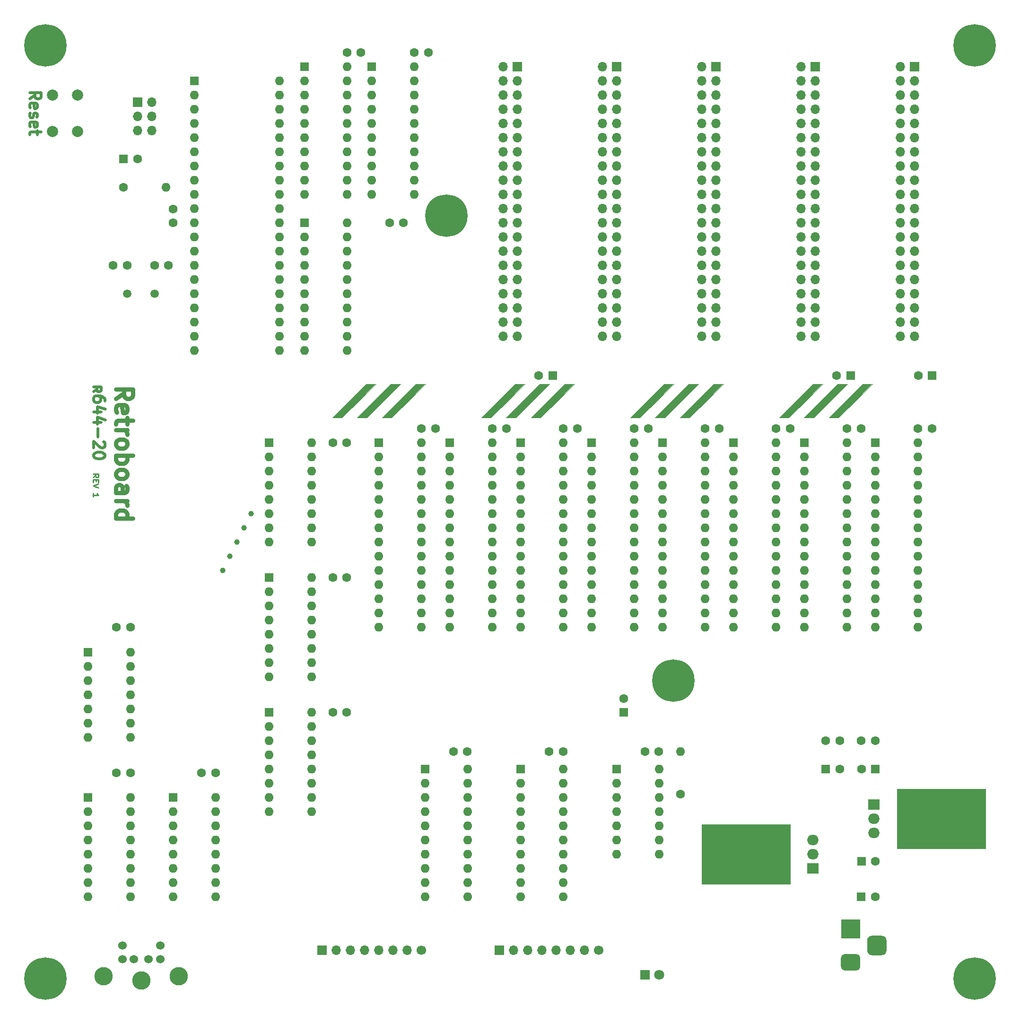
<source format=gbr>
%TF.GenerationSoftware,KiCad,Pcbnew,(5.1.10)-1*%
%TF.CreationDate,2021-10-04T17:48:38-06:00*%
%TF.ProjectId,retroboard,72657472-6f62-46f6-9172-642e6b696361,rev?*%
%TF.SameCoordinates,Original*%
%TF.FileFunction,Soldermask,Top*%
%TF.FilePolarity,Negative*%
%FSLAX46Y46*%
G04 Gerber Fmt 4.6, Leading zero omitted, Abs format (unit mm)*
G04 Created by KiCad (PCBNEW (5.1.10)-1) date 2021-10-04 17:48:38*
%MOMM*%
%LPD*%
G01*
G04 APERTURE LIST*
%ADD10C,0.750000*%
%ADD11C,0.010000*%
%ADD12C,0.250000*%
%ADD13C,0.500000*%
%ADD14C,0.100000*%
%ADD15C,1.600000*%
%ADD16O,1.600000X1.600000*%
%ADD17C,1.800000*%
%ADD18R,1.800000X1.800000*%
%ADD19R,1.600000X1.600000*%
%ADD20C,7.600000*%
%ADD21C,1.700000*%
%ADD22O,1.700000X1.700000*%
%ADD23R,1.700000X1.700000*%
%ADD24C,3.300000*%
%ADD25C,1.524000*%
%ADD26C,1.000000*%
%ADD27C,2.000000*%
%ADD28C,1.500000*%
%ADD29R,3.500000X3.500000*%
%ADD30O,3.500000X3.500000*%
%ADD31R,2.000000X1.905000*%
%ADD32O,2.000000X1.905000*%
G04 APERTURE END LIST*
D10*
X373292857Y-249931071D02*
X374721428Y-248931071D01*
X373292857Y-248216785D02*
X376292857Y-248216785D01*
X376292857Y-249359642D01*
X376150000Y-249645357D01*
X376007142Y-249788214D01*
X375721428Y-249931071D01*
X375292857Y-249931071D01*
X375007142Y-249788214D01*
X374864285Y-249645357D01*
X374721428Y-249359642D01*
X374721428Y-248216785D01*
X373435714Y-252359642D02*
X373292857Y-252073928D01*
X373292857Y-251502500D01*
X373435714Y-251216785D01*
X373721428Y-251073928D01*
X374864285Y-251073928D01*
X375150000Y-251216785D01*
X375292857Y-251502500D01*
X375292857Y-252073928D01*
X375150000Y-252359642D01*
X374864285Y-252502500D01*
X374578571Y-252502500D01*
X374292857Y-251073928D01*
X375292857Y-253359642D02*
X375292857Y-254502500D01*
X376292857Y-253788214D02*
X373721428Y-253788214D01*
X373435714Y-253931071D01*
X373292857Y-254216785D01*
X373292857Y-254502500D01*
X373292857Y-255502500D02*
X375292857Y-255502500D01*
X374721428Y-255502500D02*
X375007142Y-255645357D01*
X375150000Y-255788214D01*
X375292857Y-256073928D01*
X375292857Y-256359642D01*
X373292857Y-257788214D02*
X373435714Y-257502500D01*
X373578571Y-257359642D01*
X373864285Y-257216785D01*
X374721428Y-257216785D01*
X375007142Y-257359642D01*
X375150000Y-257502500D01*
X375292857Y-257788214D01*
X375292857Y-258216785D01*
X375150000Y-258502500D01*
X375007142Y-258645357D01*
X374721428Y-258788214D01*
X373864285Y-258788214D01*
X373578571Y-258645357D01*
X373435714Y-258502500D01*
X373292857Y-258216785D01*
X373292857Y-257788214D01*
X373292857Y-260073928D02*
X376292857Y-260073928D01*
X375150000Y-260073928D02*
X375292857Y-260359642D01*
X375292857Y-260931071D01*
X375150000Y-261216785D01*
X375007142Y-261359642D01*
X374721428Y-261502500D01*
X373864285Y-261502500D01*
X373578571Y-261359642D01*
X373435714Y-261216785D01*
X373292857Y-260931071D01*
X373292857Y-260359642D01*
X373435714Y-260073928D01*
X373292857Y-263216785D02*
X373435714Y-262931071D01*
X373578571Y-262788214D01*
X373864285Y-262645357D01*
X374721428Y-262645357D01*
X375007142Y-262788214D01*
X375150000Y-262931071D01*
X375292857Y-263216785D01*
X375292857Y-263645357D01*
X375150000Y-263931071D01*
X375007142Y-264073928D01*
X374721428Y-264216785D01*
X373864285Y-264216785D01*
X373578571Y-264073928D01*
X373435714Y-263931071D01*
X373292857Y-263645357D01*
X373292857Y-263216785D01*
X373292857Y-266788214D02*
X374864285Y-266788214D01*
X375150000Y-266645357D01*
X375292857Y-266359642D01*
X375292857Y-265788214D01*
X375150000Y-265502500D01*
X373435714Y-266788214D02*
X373292857Y-266502500D01*
X373292857Y-265788214D01*
X373435714Y-265502500D01*
X373721428Y-265359642D01*
X374007142Y-265359642D01*
X374292857Y-265502500D01*
X374435714Y-265788214D01*
X374435714Y-266502500D01*
X374578571Y-266788214D01*
X373292857Y-268216785D02*
X375292857Y-268216785D01*
X374721428Y-268216785D02*
X375007142Y-268359642D01*
X375150000Y-268502500D01*
X375292857Y-268788214D01*
X375292857Y-269073928D01*
X373292857Y-271359642D02*
X376292857Y-271359642D01*
X373435714Y-271359642D02*
X373292857Y-271073928D01*
X373292857Y-270502500D01*
X373435714Y-270216785D01*
X373578571Y-270073928D01*
X373864285Y-269931071D01*
X374721428Y-269931071D01*
X375007142Y-270073928D01*
X375150000Y-270216785D01*
X375292857Y-270502500D01*
X375292857Y-271073928D01*
X375150000Y-271359642D01*
D11*
G36*
X493788700Y-253339600D02*
G01*
X492036100Y-253339600D01*
X498081300Y-247294400D01*
X499833900Y-247294400D01*
X493788700Y-253339600D01*
G37*
X493788700Y-253339600D02*
X492036100Y-253339600D01*
X498081300Y-247294400D01*
X499833900Y-247294400D01*
X493788700Y-253339600D01*
G36*
X502678700Y-253339600D02*
G01*
X500926100Y-253339600D01*
X506971300Y-247294400D01*
X508723900Y-247294400D01*
X502678700Y-253339600D01*
G37*
X502678700Y-253339600D02*
X500926100Y-253339600D01*
X506971300Y-247294400D01*
X508723900Y-247294400D01*
X502678700Y-253339600D01*
G36*
X498233700Y-253339600D02*
G01*
X496481100Y-253339600D01*
X502526300Y-247294400D01*
X504278900Y-247294400D01*
X498233700Y-253339600D01*
G37*
X498233700Y-253339600D02*
X496481100Y-253339600D01*
X502526300Y-247294400D01*
X504278900Y-247294400D01*
X498233700Y-253339600D01*
G36*
X471563700Y-253339600D02*
G01*
X469811100Y-253339600D01*
X475856300Y-247294400D01*
X477608900Y-247294400D01*
X471563700Y-253339600D01*
G37*
X471563700Y-253339600D02*
X469811100Y-253339600D01*
X475856300Y-247294400D01*
X477608900Y-247294400D01*
X471563700Y-253339600D01*
G36*
X467118700Y-253339600D02*
G01*
X465366100Y-253339600D01*
X471411300Y-247294400D01*
X473163900Y-247294400D01*
X467118700Y-253339600D01*
G37*
X467118700Y-253339600D02*
X465366100Y-253339600D01*
X471411300Y-247294400D01*
X473163900Y-247294400D01*
X467118700Y-253339600D01*
G36*
X449338700Y-253339600D02*
G01*
X447586100Y-253339600D01*
X453631300Y-247294400D01*
X455383900Y-247294400D01*
X449338700Y-253339600D01*
G37*
X449338700Y-253339600D02*
X447586100Y-253339600D01*
X453631300Y-247294400D01*
X455383900Y-247294400D01*
X449338700Y-253339600D01*
G36*
X476008700Y-253339600D02*
G01*
X474256100Y-253339600D01*
X480301300Y-247294400D01*
X482053900Y-247294400D01*
X476008700Y-253339600D01*
G37*
X476008700Y-253339600D02*
X474256100Y-253339600D01*
X480301300Y-247294400D01*
X482053900Y-247294400D01*
X476008700Y-253339600D01*
G36*
X440448700Y-253339600D02*
G01*
X438696100Y-253339600D01*
X444741300Y-247294400D01*
X446493900Y-247294400D01*
X440448700Y-253339600D01*
G37*
X440448700Y-253339600D02*
X438696100Y-253339600D01*
X444741300Y-247294400D01*
X446493900Y-247294400D01*
X440448700Y-253339600D01*
G36*
X444893700Y-253339600D02*
G01*
X443141100Y-253339600D01*
X449186300Y-247294400D01*
X450938900Y-247294400D01*
X444893700Y-253339600D01*
G37*
X444893700Y-253339600D02*
X443141100Y-253339600D01*
X449186300Y-247294400D01*
X450938900Y-247294400D01*
X444893700Y-253339600D01*
G36*
X422668700Y-253339600D02*
G01*
X420916100Y-253339600D01*
X426961300Y-247294400D01*
X428713900Y-247294400D01*
X422668700Y-253339600D01*
G37*
X422668700Y-253339600D02*
X420916100Y-253339600D01*
X426961300Y-247294400D01*
X428713900Y-247294400D01*
X422668700Y-253339600D01*
G36*
X418223700Y-253339600D02*
G01*
X416471100Y-253339600D01*
X422516300Y-247294400D01*
X424268900Y-247294400D01*
X418223700Y-253339600D01*
G37*
X418223700Y-253339600D02*
X416471100Y-253339600D01*
X422516300Y-247294400D01*
X424268900Y-247294400D01*
X418223700Y-253339600D01*
G36*
X413778700Y-253339600D02*
G01*
X412026100Y-253339600D01*
X418071300Y-247294400D01*
X419823900Y-247294400D01*
X413778700Y-253339600D01*
G37*
X413778700Y-253339600D02*
X412026100Y-253339600D01*
X418071300Y-247294400D01*
X419823900Y-247294400D01*
X413778700Y-253339600D01*
D12*
X369168419Y-264001428D02*
X369644609Y-263668095D01*
X369168419Y-263430000D02*
X370168419Y-263430000D01*
X370168419Y-263810952D01*
X370120800Y-263906190D01*
X370073180Y-263953809D01*
X369977942Y-264001428D01*
X369835085Y-264001428D01*
X369739847Y-263953809D01*
X369692228Y-263906190D01*
X369644609Y-263810952D01*
X369644609Y-263430000D01*
X369692228Y-264430000D02*
X369692228Y-264763333D01*
X369168419Y-264906190D02*
X369168419Y-264430000D01*
X370168419Y-264430000D01*
X370168419Y-264906190D01*
X370168419Y-265191904D02*
X369168419Y-265525238D01*
X370168419Y-265858571D01*
X369168419Y-267477619D02*
X369168419Y-266906190D01*
X369168419Y-267191904D02*
X370168419Y-267191904D01*
X370025561Y-267096666D01*
X369930323Y-267001428D01*
X369882704Y-266906190D01*
D13*
X369871666Y-248197142D02*
X369300238Y-248673333D01*
X369300238Y-247816190D02*
X370633571Y-247816190D01*
X370633571Y-248387619D01*
X370538333Y-248578095D01*
X370347857Y-248673333D01*
X370157380Y-248673333D01*
X369966904Y-248578095D01*
X369871666Y-248387619D01*
X369871666Y-247816190D01*
X371300238Y-250387619D02*
X371300238Y-250006666D01*
X371205000Y-249816190D01*
X371109761Y-249720952D01*
X370824047Y-249530476D01*
X370443095Y-249435238D01*
X369681190Y-249435238D01*
X369490714Y-249530476D01*
X369395476Y-249625714D01*
X369300238Y-249816190D01*
X369300238Y-250197142D01*
X369395476Y-250387619D01*
X369490714Y-250482857D01*
X369681190Y-250578095D01*
X370157380Y-250578095D01*
X370347857Y-250482857D01*
X370443095Y-250387619D01*
X370538333Y-250197142D01*
X370538333Y-249816190D01*
X370443095Y-249625714D01*
X370347857Y-249530476D01*
X370157380Y-249435238D01*
X370633571Y-252292380D02*
X369300238Y-252292380D01*
X371395476Y-251816190D02*
X369966904Y-251340000D01*
X369966904Y-252578095D01*
X370633571Y-254197142D02*
X369300238Y-254197142D01*
X371395476Y-253720952D02*
X369966904Y-253244761D01*
X369966904Y-254482857D01*
X370062142Y-255244761D02*
X370062142Y-256768571D01*
X371109761Y-257625714D02*
X371205000Y-257720952D01*
X371300238Y-257911428D01*
X371300238Y-258387619D01*
X371205000Y-258578095D01*
X371109761Y-258673333D01*
X370919285Y-258768571D01*
X370728809Y-258768571D01*
X370443095Y-258673333D01*
X369300238Y-257530476D01*
X369300238Y-258768571D01*
X371300238Y-260006666D02*
X371300238Y-260197142D01*
X371205000Y-260387619D01*
X371109761Y-260482857D01*
X370919285Y-260578095D01*
X370538333Y-260673333D01*
X370062142Y-260673333D01*
X369681190Y-260578095D01*
X369490714Y-260482857D01*
X369395476Y-260387619D01*
X369300238Y-260197142D01*
X369300238Y-260006666D01*
X369395476Y-259816190D01*
X369490714Y-259720952D01*
X369681190Y-259625714D01*
X370062142Y-259530476D01*
X370538333Y-259530476D01*
X370919285Y-259625714D01*
X371109761Y-259720952D01*
X371205000Y-259816190D01*
X371300238Y-260006666D01*
D14*
G36*
X494004600Y-336804000D02*
G01*
X478155000Y-336804000D01*
X478155000Y-326136000D01*
X494004600Y-326136000D01*
X494004600Y-336804000D01*
G37*
X494004600Y-336804000D02*
X478155000Y-336804000D01*
X478155000Y-326136000D01*
X494004600Y-326136000D01*
X494004600Y-336804000D01*
G36*
X528955000Y-330454000D02*
G01*
X513105400Y-330454000D01*
X513105400Y-319786000D01*
X528955000Y-319786000D01*
X528955000Y-330454000D01*
G37*
X528955000Y-330454000D02*
X513105400Y-330454000D01*
X513105400Y-319786000D01*
X528955000Y-319786000D01*
X528955000Y-330454000D01*
%TO.C,Reset*%
D13*
X357870238Y-196278809D02*
X358822619Y-195612142D01*
X357870238Y-195135952D02*
X359870238Y-195135952D01*
X359870238Y-195897857D01*
X359775000Y-196088333D01*
X359679761Y-196183571D01*
X359489285Y-196278809D01*
X359203571Y-196278809D01*
X359013095Y-196183571D01*
X358917857Y-196088333D01*
X358822619Y-195897857D01*
X358822619Y-195135952D01*
X357965476Y-197897857D02*
X357870238Y-197707380D01*
X357870238Y-197326428D01*
X357965476Y-197135952D01*
X358155952Y-197040714D01*
X358917857Y-197040714D01*
X359108333Y-197135952D01*
X359203571Y-197326428D01*
X359203571Y-197707380D01*
X359108333Y-197897857D01*
X358917857Y-197993095D01*
X358727380Y-197993095D01*
X358536904Y-197040714D01*
X357965476Y-198755000D02*
X357870238Y-198945476D01*
X357870238Y-199326428D01*
X357965476Y-199516904D01*
X358155952Y-199612142D01*
X358251190Y-199612142D01*
X358441666Y-199516904D01*
X358536904Y-199326428D01*
X358536904Y-199040714D01*
X358632142Y-198850238D01*
X358822619Y-198755000D01*
X358917857Y-198755000D01*
X359108333Y-198850238D01*
X359203571Y-199040714D01*
X359203571Y-199326428D01*
X359108333Y-199516904D01*
X357965476Y-201231190D02*
X357870238Y-201040714D01*
X357870238Y-200659761D01*
X357965476Y-200469285D01*
X358155952Y-200374047D01*
X358917857Y-200374047D01*
X359108333Y-200469285D01*
X359203571Y-200659761D01*
X359203571Y-201040714D01*
X359108333Y-201231190D01*
X358917857Y-201326428D01*
X358727380Y-201326428D01*
X358536904Y-200374047D01*
X359203571Y-201897857D02*
X359203571Y-202659761D01*
X359870238Y-202183571D02*
X358155952Y-202183571D01*
X357965476Y-202278809D01*
X357870238Y-202469285D01*
X357870238Y-202659761D01*
%TD*%
D15*
%TO.C,4.7k\u03A9*%
X474345000Y-320675000D03*
D16*
X474345000Y-313055000D03*
%TD*%
D17*
%TO.C,Power*%
X470535000Y-353060000D03*
D18*
X467995000Y-353060000D03*
%TD*%
D19*
%TO.C,1uf*%
X519430000Y-245745000D03*
D15*
X516930000Y-245745000D03*
%TD*%
%TO.C,0.1uf*%
X429220000Y-187960000D03*
X426720000Y-187960000D03*
%TD*%
%TO.C,0.1uf*%
X414655000Y-187960000D03*
X417155000Y-187960000D03*
%TD*%
%TO.C,0.1uf*%
X422275000Y-218440000D03*
X424775000Y-218440000D03*
%TD*%
D19*
%TO.C,74573*%
X428625000Y-316230000D03*
D16*
X436245000Y-339090000D03*
X428625000Y-318770000D03*
X436245000Y-336550000D03*
X428625000Y-321310000D03*
X436245000Y-334010000D03*
X428625000Y-323850000D03*
X436245000Y-331470000D03*
X428625000Y-326390000D03*
X436245000Y-328930000D03*
X428625000Y-328930000D03*
X436245000Y-326390000D03*
X428625000Y-331470000D03*
X436245000Y-323850000D03*
X428625000Y-334010000D03*
X436245000Y-321310000D03*
X428625000Y-336550000D03*
X436245000Y-318770000D03*
X428625000Y-339090000D03*
X436245000Y-316230000D03*
%TD*%
D19*
%TO.C,74573*%
X445770000Y-316230000D03*
D16*
X453390000Y-339090000D03*
X445770000Y-318770000D03*
X453390000Y-336550000D03*
X445770000Y-321310000D03*
X453390000Y-334010000D03*
X445770000Y-323850000D03*
X453390000Y-331470000D03*
X445770000Y-326390000D03*
X453390000Y-328930000D03*
X445770000Y-328930000D03*
X453390000Y-326390000D03*
X445770000Y-331470000D03*
X453390000Y-323850000D03*
X445770000Y-334010000D03*
X453390000Y-321310000D03*
X445770000Y-336550000D03*
X453390000Y-318770000D03*
X445770000Y-339090000D03*
X453390000Y-316230000D03*
%TD*%
%TO.C,7404*%
X470535000Y-316230000D03*
X462915000Y-331470000D03*
X470535000Y-318770000D03*
X462915000Y-328930000D03*
X470535000Y-321310000D03*
X462915000Y-326390000D03*
X470535000Y-323850000D03*
X462915000Y-323850000D03*
X470535000Y-326390000D03*
X462915000Y-321310000D03*
X470535000Y-328930000D03*
X462915000Y-318770000D03*
X470535000Y-331470000D03*
D19*
X462915000Y-316230000D03*
%TD*%
D15*
%TO.C,20pf*%
X382687200Y-226060000D03*
X380187200Y-226060000D03*
%TD*%
D20*
%TO.C, *%
X432435000Y-217170000D03*
%TD*%
%TO.C, *%
X473075000Y-300355000D03*
%TD*%
D15*
%TO.C,1uf*%
X502325000Y-245745000D03*
D19*
X504825000Y-245745000D03*
%TD*%
D15*
%TO.C,0.1uf*%
X383540000Y-218440000D03*
X383540000Y-215940000D03*
%TD*%
%TO.C,0.1uf*%
X470495000Y-313055000D03*
X467995000Y-313055000D03*
%TD*%
D21*
%TO.C, *%
X459740000Y-348615000D03*
D22*
X457200000Y-348615000D03*
X454660000Y-348615000D03*
X452120000Y-348615000D03*
X449580000Y-348615000D03*
X447040000Y-348615000D03*
X444500000Y-348615000D03*
D23*
X441960000Y-348615000D03*
%TD*%
%TO.C, *%
X410210000Y-348615000D03*
D22*
X412750000Y-348615000D03*
X415290000Y-348615000D03*
X417830000Y-348615000D03*
X420370000Y-348615000D03*
X422910000Y-348615000D03*
X425450000Y-348615000D03*
D21*
X427990000Y-348615000D03*
%TD*%
D15*
%TO.C,1uf*%
X464185000Y-303570000D03*
D19*
X464185000Y-306070000D03*
%TD*%
%TO.C,1uf*%
X451485000Y-245745000D03*
D15*
X448985000Y-245745000D03*
%TD*%
%TO.C,0.1uf*%
X412115000Y-306070000D03*
X414615000Y-306070000D03*
%TD*%
%TO.C,0.1uf*%
X414615000Y-257810000D03*
X412115000Y-257810000D03*
%TD*%
%TO.C,0.1uf*%
X414615000Y-281940000D03*
X412115000Y-281940000D03*
%TD*%
%TO.C,0.1uf*%
X391120000Y-316865000D03*
X388620000Y-316865000D03*
%TD*%
%TO.C,0.1uf*%
X450850000Y-313055000D03*
X453350000Y-313055000D03*
%TD*%
%TO.C,0.1uf*%
X433705000Y-313055000D03*
X436205000Y-313055000D03*
%TD*%
%TO.C,0.1uf*%
X373380000Y-316865000D03*
X375880000Y-316865000D03*
%TD*%
D16*
%TO.C,74595*%
X375920000Y-321310000D03*
X368300000Y-339090000D03*
X375920000Y-323850000D03*
X368300000Y-336550000D03*
X375920000Y-326390000D03*
X368300000Y-334010000D03*
X375920000Y-328930000D03*
X368300000Y-331470000D03*
X375920000Y-331470000D03*
X368300000Y-328930000D03*
X375920000Y-334010000D03*
X368300000Y-326390000D03*
X375920000Y-336550000D03*
X368300000Y-323850000D03*
X375920000Y-339090000D03*
D19*
X368300000Y-321310000D03*
%TD*%
D15*
%TO.C,0.1uf*%
X375880000Y-290830000D03*
X373380000Y-290830000D03*
%TD*%
D19*
%TO.C,74138*%
X400685000Y-306070000D03*
D16*
X408305000Y-323850000D03*
X400685000Y-308610000D03*
X408305000Y-321310000D03*
X400685000Y-311150000D03*
X408305000Y-318770000D03*
X400685000Y-313690000D03*
X408305000Y-316230000D03*
X400685000Y-316230000D03*
X408305000Y-313690000D03*
X400685000Y-318770000D03*
X408305000Y-311150000D03*
X400685000Y-321310000D03*
X408305000Y-308610000D03*
X400685000Y-323850000D03*
X408305000Y-306070000D03*
%TD*%
D24*
%TO.C,PS/2*%
X384575000Y-353275000D03*
X371075000Y-353275000D03*
D25*
X374425000Y-350275000D03*
X374425000Y-347775000D03*
X381225000Y-350275000D03*
X381225000Y-347775000D03*
X376525000Y-350275000D03*
X379125000Y-350275000D03*
D24*
X377825000Y-354075000D03*
%TD*%
D16*
%TO.C,74595*%
X391160000Y-321310000D03*
X383540000Y-339090000D03*
X391160000Y-323850000D03*
X383540000Y-336550000D03*
X391160000Y-326390000D03*
X383540000Y-334010000D03*
X391160000Y-328930000D03*
X383540000Y-331470000D03*
X391160000Y-331470000D03*
X383540000Y-328930000D03*
X391160000Y-334010000D03*
X383540000Y-326390000D03*
X391160000Y-336550000D03*
X383540000Y-323850000D03*
X391160000Y-339090000D03*
D19*
X383540000Y-321310000D03*
%TD*%
D16*
%TO.C,7404*%
X375920000Y-295275000D03*
X368300000Y-310515000D03*
X375920000Y-297815000D03*
X368300000Y-307975000D03*
X375920000Y-300355000D03*
X368300000Y-305435000D03*
X375920000Y-302895000D03*
X368300000Y-302895000D03*
X375920000Y-305435000D03*
X368300000Y-300355000D03*
X375920000Y-307975000D03*
X368300000Y-297815000D03*
X375920000Y-310515000D03*
D19*
X368300000Y-295275000D03*
%TD*%
D26*
%TO.C,A15*%
X397510000Y-270510000D03*
%TD*%
%TO.C,A16*%
X396240000Y-273050000D03*
%TD*%
%TO.C,A17*%
X394970000Y-275590000D03*
%TD*%
%TO.C,A18*%
X393700000Y-278130000D03*
%TD*%
%TO.C,A19*%
X392430000Y-280670000D03*
%TD*%
D16*
%TO.C,74138*%
X408305000Y-281940000D03*
X400685000Y-299720000D03*
X408305000Y-284480000D03*
X400685000Y-297180000D03*
X408305000Y-287020000D03*
X400685000Y-294640000D03*
X408305000Y-289560000D03*
X400685000Y-292100000D03*
X408305000Y-292100000D03*
X400685000Y-289560000D03*
X408305000Y-294640000D03*
X400685000Y-287020000D03*
X408305000Y-297180000D03*
X400685000Y-284480000D03*
X408305000Y-299720000D03*
D19*
X400685000Y-281940000D03*
%TD*%
%TO.C,4.7uf*%
X374650000Y-207010000D03*
D15*
X377150000Y-207010000D03*
%TD*%
D16*
%TO.C,10k\u03A9*%
X382270000Y-212090000D03*
D15*
X374650000Y-212090000D03*
%TD*%
%TO.C,0.1uf*%
X430490000Y-255270000D03*
X427990000Y-255270000D03*
%TD*%
%TO.C,0.1uf*%
X443190000Y-255270000D03*
X440690000Y-255270000D03*
%TD*%
%TO.C,0.1uf*%
X455890000Y-255270000D03*
X453390000Y-255270000D03*
%TD*%
%TO.C,0.1uf*%
X468590000Y-255270000D03*
X466090000Y-255270000D03*
%TD*%
%TO.C,0.1uf*%
X481290000Y-255270000D03*
X478790000Y-255270000D03*
%TD*%
%TO.C,0.1uf*%
X493990000Y-255270000D03*
X491490000Y-255270000D03*
%TD*%
%TO.C,0.1uf*%
X506690000Y-255270000D03*
X504190000Y-255270000D03*
%TD*%
%TO.C,0.1uf*%
X509230000Y-311150000D03*
X506730000Y-311150000D03*
%TD*%
%TO.C,0.1uf*%
X500380000Y-311150000D03*
X502880000Y-311150000D03*
%TD*%
%TO.C,1uf*%
X506770000Y-316230000D03*
D19*
X509270000Y-316230000D03*
%TD*%
%TO.C,10uf*%
X506730000Y-339090000D03*
D15*
X509230000Y-339090000D03*
%TD*%
%TO.C,1uf*%
X502880000Y-316230000D03*
D19*
X500380000Y-316230000D03*
%TD*%
D15*
%TO.C,10uf*%
X509270000Y-332740000D03*
D19*
X506770000Y-332740000D03*
%TD*%
D22*
%TO.C,ISP*%
X379730000Y-201930000D03*
X377190000Y-201930000D03*
X379730000Y-199390000D03*
X377190000Y-199390000D03*
X379730000Y-196850000D03*
D23*
X377190000Y-196850000D03*
%TD*%
D19*
%TO.C,74138*%
X400685000Y-257810000D03*
D16*
X408305000Y-275590000D03*
X400685000Y-260350000D03*
X408305000Y-273050000D03*
X400685000Y-262890000D03*
X408305000Y-270510000D03*
X400685000Y-265430000D03*
X408305000Y-267970000D03*
X400685000Y-267970000D03*
X408305000Y-265430000D03*
X400685000Y-270510000D03*
X408305000Y-262890000D03*
X400685000Y-273050000D03*
X408305000Y-260350000D03*
X400685000Y-275590000D03*
X408305000Y-257810000D03*
%TD*%
D27*
%TO.C,Reset*%
X361895000Y-195580000D03*
X366395000Y-195580000D03*
X361895000Y-202080000D03*
X366395000Y-202080000D03*
%TD*%
D28*
%TO.C,Osc*%
X380185000Y-231140000D03*
X375285000Y-231140000D03*
%TD*%
D15*
%TO.C,20pf*%
X372785000Y-226060000D03*
X375285000Y-226060000D03*
%TD*%
%TO.C,0.1uf*%
X516890000Y-255270000D03*
X519390000Y-255270000D03*
%TD*%
%TO.C,12V DC*%
G36*
G01*
X510400000Y-349555000D02*
X508650000Y-349555000D01*
G75*
G02*
X507775000Y-348680000I0J875000D01*
G01*
X507775000Y-346930000D01*
G75*
G02*
X508650000Y-346055000I875000J0D01*
G01*
X510400000Y-346055000D01*
G75*
G02*
X511275000Y-346930000I0J-875000D01*
G01*
X511275000Y-348680000D01*
G75*
G02*
X510400000Y-349555000I-875000J0D01*
G01*
G37*
G36*
G01*
X505825000Y-352305000D02*
X503825000Y-352305000D01*
G75*
G02*
X503075000Y-351555000I0J750000D01*
G01*
X503075000Y-350055000D01*
G75*
G02*
X503825000Y-349305000I750000J0D01*
G01*
X505825000Y-349305000D01*
G75*
G02*
X506575000Y-350055000I0J-750000D01*
G01*
X506575000Y-351555000D01*
G75*
G02*
X505825000Y-352305000I-750000J0D01*
G01*
G37*
D29*
X504825000Y-344805000D03*
%TD*%
D30*
%TO.C,7805*%
X481434000Y-331470000D03*
D31*
X498094000Y-334010000D03*
D32*
X498094000Y-331470000D03*
X498094000Y-328930000D03*
%TD*%
%TO.C,7805*%
X509016000Y-327660000D03*
X509016000Y-325120000D03*
D31*
X509016000Y-322580000D03*
D30*
X525676000Y-325120000D03*
%TD*%
D19*
%TO.C,RAM2*%
X445770000Y-257810000D03*
D16*
X453390000Y-290830000D03*
X445770000Y-260350000D03*
X453390000Y-288290000D03*
X445770000Y-262890000D03*
X453390000Y-285750000D03*
X445770000Y-265430000D03*
X453390000Y-283210000D03*
X445770000Y-267970000D03*
X453390000Y-280670000D03*
X445770000Y-270510000D03*
X453390000Y-278130000D03*
X445770000Y-273050000D03*
X453390000Y-275590000D03*
X445770000Y-275590000D03*
X453390000Y-273050000D03*
X445770000Y-278130000D03*
X453390000Y-270510000D03*
X445770000Y-280670000D03*
X453390000Y-267970000D03*
X445770000Y-283210000D03*
X453390000Y-265430000D03*
X445770000Y-285750000D03*
X453390000Y-262890000D03*
X445770000Y-288290000D03*
X453390000Y-260350000D03*
X445770000Y-290830000D03*
X453390000Y-257810000D03*
%TD*%
D19*
%TO.C,RAM1*%
X433070000Y-257810000D03*
D16*
X440690000Y-290830000D03*
X433070000Y-260350000D03*
X440690000Y-288290000D03*
X433070000Y-262890000D03*
X440690000Y-285750000D03*
X433070000Y-265430000D03*
X440690000Y-283210000D03*
X433070000Y-267970000D03*
X440690000Y-280670000D03*
X433070000Y-270510000D03*
X440690000Y-278130000D03*
X433070000Y-273050000D03*
X440690000Y-275590000D03*
X433070000Y-275590000D03*
X440690000Y-273050000D03*
X433070000Y-278130000D03*
X440690000Y-270510000D03*
X433070000Y-280670000D03*
X440690000Y-267970000D03*
X433070000Y-283210000D03*
X440690000Y-265430000D03*
X433070000Y-285750000D03*
X440690000Y-262890000D03*
X433070000Y-288290000D03*
X440690000Y-260350000D03*
X433070000Y-290830000D03*
X440690000Y-257810000D03*
%TD*%
%TO.C,RAM0*%
X427990000Y-257810000D03*
X420370000Y-290830000D03*
X427990000Y-260350000D03*
X420370000Y-288290000D03*
X427990000Y-262890000D03*
X420370000Y-285750000D03*
X427990000Y-265430000D03*
X420370000Y-283210000D03*
X427990000Y-267970000D03*
X420370000Y-280670000D03*
X427990000Y-270510000D03*
X420370000Y-278130000D03*
X427990000Y-273050000D03*
X420370000Y-275590000D03*
X427990000Y-275590000D03*
X420370000Y-273050000D03*
X427990000Y-278130000D03*
X420370000Y-270510000D03*
X427990000Y-280670000D03*
X420370000Y-267970000D03*
X427990000Y-283210000D03*
X420370000Y-265430000D03*
X427990000Y-285750000D03*
X420370000Y-262890000D03*
X427990000Y-288290000D03*
X420370000Y-260350000D03*
X427990000Y-290830000D03*
D19*
X420370000Y-257810000D03*
%TD*%
%TO.C,RAM7*%
X509270000Y-257810000D03*
D16*
X516890000Y-290830000D03*
X509270000Y-260350000D03*
X516890000Y-288290000D03*
X509270000Y-262890000D03*
X516890000Y-285750000D03*
X509270000Y-265430000D03*
X516890000Y-283210000D03*
X509270000Y-267970000D03*
X516890000Y-280670000D03*
X509270000Y-270510000D03*
X516890000Y-278130000D03*
X509270000Y-273050000D03*
X516890000Y-275590000D03*
X509270000Y-275590000D03*
X516890000Y-273050000D03*
X509270000Y-278130000D03*
X516890000Y-270510000D03*
X509270000Y-280670000D03*
X516890000Y-267970000D03*
X509270000Y-283210000D03*
X516890000Y-265430000D03*
X509270000Y-285750000D03*
X516890000Y-262890000D03*
X509270000Y-288290000D03*
X516890000Y-260350000D03*
X509270000Y-290830000D03*
X516890000Y-257810000D03*
%TD*%
D19*
%TO.C,RAM6*%
X496570000Y-257810000D03*
D16*
X504190000Y-290830000D03*
X496570000Y-260350000D03*
X504190000Y-288290000D03*
X496570000Y-262890000D03*
X504190000Y-285750000D03*
X496570000Y-265430000D03*
X504190000Y-283210000D03*
X496570000Y-267970000D03*
X504190000Y-280670000D03*
X496570000Y-270510000D03*
X504190000Y-278130000D03*
X496570000Y-273050000D03*
X504190000Y-275590000D03*
X496570000Y-275590000D03*
X504190000Y-273050000D03*
X496570000Y-278130000D03*
X504190000Y-270510000D03*
X496570000Y-280670000D03*
X504190000Y-267970000D03*
X496570000Y-283210000D03*
X504190000Y-265430000D03*
X496570000Y-285750000D03*
X504190000Y-262890000D03*
X496570000Y-288290000D03*
X504190000Y-260350000D03*
X496570000Y-290830000D03*
X504190000Y-257810000D03*
%TD*%
D19*
%TO.C,RAM5*%
X483870000Y-257810000D03*
D16*
X491490000Y-290830000D03*
X483870000Y-260350000D03*
X491490000Y-288290000D03*
X483870000Y-262890000D03*
X491490000Y-285750000D03*
X483870000Y-265430000D03*
X491490000Y-283210000D03*
X483870000Y-267970000D03*
X491490000Y-280670000D03*
X483870000Y-270510000D03*
X491490000Y-278130000D03*
X483870000Y-273050000D03*
X491490000Y-275590000D03*
X483870000Y-275590000D03*
X491490000Y-273050000D03*
X483870000Y-278130000D03*
X491490000Y-270510000D03*
X483870000Y-280670000D03*
X491490000Y-267970000D03*
X483870000Y-283210000D03*
X491490000Y-265430000D03*
X483870000Y-285750000D03*
X491490000Y-262890000D03*
X483870000Y-288290000D03*
X491490000Y-260350000D03*
X483870000Y-290830000D03*
X491490000Y-257810000D03*
%TD*%
D19*
%TO.C,RAM4*%
X471170000Y-257810000D03*
D16*
X478790000Y-290830000D03*
X471170000Y-260350000D03*
X478790000Y-288290000D03*
X471170000Y-262890000D03*
X478790000Y-285750000D03*
X471170000Y-265430000D03*
X478790000Y-283210000D03*
X471170000Y-267970000D03*
X478790000Y-280670000D03*
X471170000Y-270510000D03*
X478790000Y-278130000D03*
X471170000Y-273050000D03*
X478790000Y-275590000D03*
X471170000Y-275590000D03*
X478790000Y-273050000D03*
X471170000Y-278130000D03*
X478790000Y-270510000D03*
X471170000Y-280670000D03*
X478790000Y-267970000D03*
X471170000Y-283210000D03*
X478790000Y-265430000D03*
X471170000Y-285750000D03*
X478790000Y-262890000D03*
X471170000Y-288290000D03*
X478790000Y-260350000D03*
X471170000Y-290830000D03*
X478790000Y-257810000D03*
%TD*%
D19*
%TO.C,RAM3*%
X458470000Y-257810000D03*
D16*
X466090000Y-290830000D03*
X458470000Y-260350000D03*
X466090000Y-288290000D03*
X458470000Y-262890000D03*
X466090000Y-285750000D03*
X458470000Y-265430000D03*
X466090000Y-283210000D03*
X458470000Y-267970000D03*
X466090000Y-280670000D03*
X458470000Y-270510000D03*
X466090000Y-278130000D03*
X458470000Y-273050000D03*
X466090000Y-275590000D03*
X458470000Y-275590000D03*
X466090000Y-273050000D03*
X458470000Y-278130000D03*
X466090000Y-270510000D03*
X458470000Y-280670000D03*
X466090000Y-267970000D03*
X458470000Y-283210000D03*
X466090000Y-265430000D03*
X458470000Y-285750000D03*
X466090000Y-262890000D03*
X458470000Y-288290000D03*
X466090000Y-260350000D03*
X458470000Y-290830000D03*
X466090000Y-257810000D03*
%TD*%
%TO.C,74573*%
X414655000Y-190500000D03*
X407035000Y-213360000D03*
X414655000Y-193040000D03*
X407035000Y-210820000D03*
X414655000Y-195580000D03*
X407035000Y-208280000D03*
X414655000Y-198120000D03*
X407035000Y-205740000D03*
X414655000Y-200660000D03*
X407035000Y-203200000D03*
X414655000Y-203200000D03*
X407035000Y-200660000D03*
X414655000Y-205740000D03*
X407035000Y-198120000D03*
X414655000Y-208280000D03*
X407035000Y-195580000D03*
X414655000Y-210820000D03*
X407035000Y-193040000D03*
X414655000Y-213360000D03*
D19*
X407035000Y-190500000D03*
%TD*%
D22*
%TO.C,Slot 1*%
X442595000Y-238760000D03*
X445135000Y-238760000D03*
X442595000Y-236220000D03*
X445135000Y-236220000D03*
X442595000Y-233680000D03*
X445135000Y-233680000D03*
X442595000Y-231140000D03*
X445135000Y-231140000D03*
X442595000Y-228600000D03*
X445135000Y-228600000D03*
X442595000Y-226060000D03*
X445135000Y-226060000D03*
X442595000Y-223520000D03*
X445135000Y-223520000D03*
X442595000Y-220980000D03*
X445135000Y-220980000D03*
X442595000Y-218440000D03*
X445135000Y-218440000D03*
X442595000Y-215900000D03*
X445135000Y-215900000D03*
X442595000Y-213360000D03*
X445135000Y-213360000D03*
X442595000Y-210820000D03*
X445135000Y-210820000D03*
X442595000Y-208280000D03*
X445135000Y-208280000D03*
X442595000Y-205740000D03*
X445135000Y-205740000D03*
X442595000Y-203200000D03*
X445135000Y-203200000D03*
X442595000Y-200660000D03*
X445135000Y-200660000D03*
X442595000Y-198120000D03*
X445135000Y-198120000D03*
X442595000Y-195580000D03*
X445135000Y-195580000D03*
X442595000Y-193040000D03*
X445135000Y-193040000D03*
X442595000Y-190500000D03*
D23*
X445135000Y-190500000D03*
%TD*%
D22*
%TO.C,Slot 2*%
X460375000Y-238760000D03*
X462915000Y-238760000D03*
X460375000Y-236220000D03*
X462915000Y-236220000D03*
X460375000Y-233680000D03*
X462915000Y-233680000D03*
X460375000Y-231140000D03*
X462915000Y-231140000D03*
X460375000Y-228600000D03*
X462915000Y-228600000D03*
X460375000Y-226060000D03*
X462915000Y-226060000D03*
X460375000Y-223520000D03*
X462915000Y-223520000D03*
X460375000Y-220980000D03*
X462915000Y-220980000D03*
X460375000Y-218440000D03*
X462915000Y-218440000D03*
X460375000Y-215900000D03*
X462915000Y-215900000D03*
X460375000Y-213360000D03*
X462915000Y-213360000D03*
X460375000Y-210820000D03*
X462915000Y-210820000D03*
X460375000Y-208280000D03*
X462915000Y-208280000D03*
X460375000Y-205740000D03*
X462915000Y-205740000D03*
X460375000Y-203200000D03*
X462915000Y-203200000D03*
X460375000Y-200660000D03*
X462915000Y-200660000D03*
X460375000Y-198120000D03*
X462915000Y-198120000D03*
X460375000Y-195580000D03*
X462915000Y-195580000D03*
X460375000Y-193040000D03*
X462915000Y-193040000D03*
X460375000Y-190500000D03*
D23*
X462915000Y-190500000D03*
%TD*%
D22*
%TO.C,Slot 3*%
X478155000Y-238760000D03*
X480695000Y-238760000D03*
X478155000Y-236220000D03*
X480695000Y-236220000D03*
X478155000Y-233680000D03*
X480695000Y-233680000D03*
X478155000Y-231140000D03*
X480695000Y-231140000D03*
X478155000Y-228600000D03*
X480695000Y-228600000D03*
X478155000Y-226060000D03*
X480695000Y-226060000D03*
X478155000Y-223520000D03*
X480695000Y-223520000D03*
X478155000Y-220980000D03*
X480695000Y-220980000D03*
X478155000Y-218440000D03*
X480695000Y-218440000D03*
X478155000Y-215900000D03*
X480695000Y-215900000D03*
X478155000Y-213360000D03*
X480695000Y-213360000D03*
X478155000Y-210820000D03*
X480695000Y-210820000D03*
X478155000Y-208280000D03*
X480695000Y-208280000D03*
X478155000Y-205740000D03*
X480695000Y-205740000D03*
X478155000Y-203200000D03*
X480695000Y-203200000D03*
X478155000Y-200660000D03*
X480695000Y-200660000D03*
X478155000Y-198120000D03*
X480695000Y-198120000D03*
X478155000Y-195580000D03*
X480695000Y-195580000D03*
X478155000Y-193040000D03*
X480695000Y-193040000D03*
X478155000Y-190500000D03*
D23*
X480695000Y-190500000D03*
%TD*%
D22*
%TO.C,Slot 4*%
X495935000Y-238760000D03*
X498475000Y-238760000D03*
X495935000Y-236220000D03*
X498475000Y-236220000D03*
X495935000Y-233680000D03*
X498475000Y-233680000D03*
X495935000Y-231140000D03*
X498475000Y-231140000D03*
X495935000Y-228600000D03*
X498475000Y-228600000D03*
X495935000Y-226060000D03*
X498475000Y-226060000D03*
X495935000Y-223520000D03*
X498475000Y-223520000D03*
X495935000Y-220980000D03*
X498475000Y-220980000D03*
X495935000Y-218440000D03*
X498475000Y-218440000D03*
X495935000Y-215900000D03*
X498475000Y-215900000D03*
X495935000Y-213360000D03*
X498475000Y-213360000D03*
X495935000Y-210820000D03*
X498475000Y-210820000D03*
X495935000Y-208280000D03*
X498475000Y-208280000D03*
X495935000Y-205740000D03*
X498475000Y-205740000D03*
X495935000Y-203200000D03*
X498475000Y-203200000D03*
X495935000Y-200660000D03*
X498475000Y-200660000D03*
X495935000Y-198120000D03*
X498475000Y-198120000D03*
X495935000Y-195580000D03*
X498475000Y-195580000D03*
X495935000Y-193040000D03*
X498475000Y-193040000D03*
X495935000Y-190500000D03*
D23*
X498475000Y-190500000D03*
%TD*%
%TO.C,Slot 5*%
X516255000Y-190500000D03*
D22*
X513715000Y-190500000D03*
X516255000Y-193040000D03*
X513715000Y-193040000D03*
X516255000Y-195580000D03*
X513715000Y-195580000D03*
X516255000Y-198120000D03*
X513715000Y-198120000D03*
X516255000Y-200660000D03*
X513715000Y-200660000D03*
X516255000Y-203200000D03*
X513715000Y-203200000D03*
X516255000Y-205740000D03*
X513715000Y-205740000D03*
X516255000Y-208280000D03*
X513715000Y-208280000D03*
X516255000Y-210820000D03*
X513715000Y-210820000D03*
X516255000Y-213360000D03*
X513715000Y-213360000D03*
X516255000Y-215900000D03*
X513715000Y-215900000D03*
X516255000Y-218440000D03*
X513715000Y-218440000D03*
X516255000Y-220980000D03*
X513715000Y-220980000D03*
X516255000Y-223520000D03*
X513715000Y-223520000D03*
X516255000Y-226060000D03*
X513715000Y-226060000D03*
X516255000Y-228600000D03*
X513715000Y-228600000D03*
X516255000Y-231140000D03*
X513715000Y-231140000D03*
X516255000Y-233680000D03*
X513715000Y-233680000D03*
X516255000Y-236220000D03*
X513715000Y-236220000D03*
X516255000Y-238760000D03*
X513715000Y-238760000D03*
%TD*%
D19*
%TO.C,74573*%
X407035000Y-218440000D03*
D16*
X414655000Y-241300000D03*
X407035000Y-220980000D03*
X414655000Y-238760000D03*
X407035000Y-223520000D03*
X414655000Y-236220000D03*
X407035000Y-226060000D03*
X414655000Y-233680000D03*
X407035000Y-228600000D03*
X414655000Y-231140000D03*
X407035000Y-231140000D03*
X414655000Y-228600000D03*
X407035000Y-233680000D03*
X414655000Y-226060000D03*
X407035000Y-236220000D03*
X414655000Y-223520000D03*
X407035000Y-238760000D03*
X414655000Y-220980000D03*
X407035000Y-241300000D03*
X414655000Y-218440000D03*
%TD*%
D19*
%TO.C,74245*%
X419100000Y-190500000D03*
D16*
X426720000Y-213360000D03*
X419100000Y-193040000D03*
X426720000Y-210820000D03*
X419100000Y-195580000D03*
X426720000Y-208280000D03*
X419100000Y-198120000D03*
X426720000Y-205740000D03*
X419100000Y-200660000D03*
X426720000Y-203200000D03*
X419100000Y-203200000D03*
X426720000Y-200660000D03*
X419100000Y-205740000D03*
X426720000Y-198120000D03*
X419100000Y-208280000D03*
X426720000Y-195580000D03*
X419100000Y-210820000D03*
X426720000Y-193040000D03*
X419100000Y-213360000D03*
X426720000Y-190500000D03*
%TD*%
D19*
%TO.C,ATmega644*%
X387350000Y-193040000D03*
D16*
X402590000Y-241300000D03*
X387350000Y-195580000D03*
X402590000Y-238760000D03*
X387350000Y-198120000D03*
X402590000Y-236220000D03*
X387350000Y-200660000D03*
X402590000Y-233680000D03*
X387350000Y-203200000D03*
X402590000Y-231140000D03*
X387350000Y-205740000D03*
X402590000Y-228600000D03*
X387350000Y-208280000D03*
X402590000Y-226060000D03*
X387350000Y-210820000D03*
X402590000Y-223520000D03*
X387350000Y-213360000D03*
X402590000Y-220980000D03*
X387350000Y-215900000D03*
X402590000Y-218440000D03*
X387350000Y-218440000D03*
X402590000Y-215900000D03*
X387350000Y-220980000D03*
X402590000Y-213360000D03*
X387350000Y-223520000D03*
X402590000Y-210820000D03*
X387350000Y-226060000D03*
X402590000Y-208280000D03*
X387350000Y-228600000D03*
X402590000Y-205740000D03*
X387350000Y-231140000D03*
X402590000Y-203200000D03*
X387350000Y-233680000D03*
X402590000Y-200660000D03*
X387350000Y-236220000D03*
X402590000Y-198120000D03*
X387350000Y-238760000D03*
X402590000Y-195580000D03*
X387350000Y-241300000D03*
X402590000Y-193040000D03*
%TD*%
D20*
%TO.C, *%
X527050000Y-186690000D03*
%TD*%
%TO.C, *%
X360680000Y-186690000D03*
%TD*%
%TO.C, *%
X360680000Y-353695000D03*
%TD*%
%TO.C, *%
X527050000Y-353695000D03*
%TD*%
M02*

</source>
